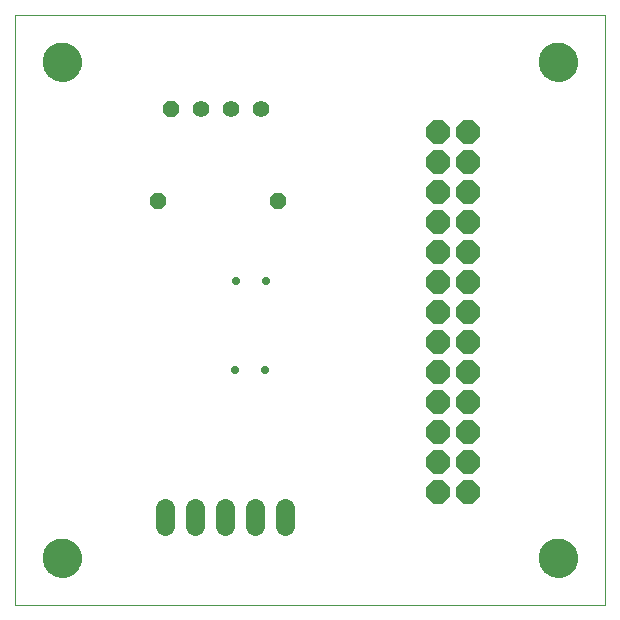
<source format=gts>
G75*
%MOIN*%
%OFA0B0*%
%FSLAX24Y24*%
%IPPOS*%
%LPD*%
%AMOC8*
5,1,8,0,0,1.08239X$1,22.5*
%
%ADD10C,0.0000*%
%ADD11C,0.1300*%
%ADD12OC8,0.0555*%
%ADD13C,0.0555*%
%ADD14OC8,0.0780*%
%ADD15C,0.0280*%
%ADD16OC8,0.0560*%
%ADD17C,0.0640*%
D10*
X000100Y000100D02*
X000100Y019785D01*
X019785Y019785D01*
X019785Y000100D01*
X000100Y000100D01*
X001045Y001675D02*
X001047Y001725D01*
X001053Y001775D01*
X001063Y001824D01*
X001077Y001872D01*
X001094Y001919D01*
X001115Y001964D01*
X001140Y002008D01*
X001168Y002049D01*
X001200Y002088D01*
X001234Y002125D01*
X001271Y002159D01*
X001311Y002189D01*
X001353Y002216D01*
X001397Y002240D01*
X001443Y002261D01*
X001490Y002277D01*
X001538Y002290D01*
X001588Y002299D01*
X001637Y002304D01*
X001688Y002305D01*
X001738Y002302D01*
X001787Y002295D01*
X001836Y002284D01*
X001884Y002269D01*
X001930Y002251D01*
X001975Y002229D01*
X002018Y002203D01*
X002059Y002174D01*
X002098Y002142D01*
X002134Y002107D01*
X002166Y002069D01*
X002196Y002029D01*
X002223Y001986D01*
X002246Y001942D01*
X002265Y001896D01*
X002281Y001848D01*
X002293Y001799D01*
X002301Y001750D01*
X002305Y001700D01*
X002305Y001650D01*
X002301Y001600D01*
X002293Y001551D01*
X002281Y001502D01*
X002265Y001454D01*
X002246Y001408D01*
X002223Y001364D01*
X002196Y001321D01*
X002166Y001281D01*
X002134Y001243D01*
X002098Y001208D01*
X002059Y001176D01*
X002018Y001147D01*
X001975Y001121D01*
X001930Y001099D01*
X001884Y001081D01*
X001836Y001066D01*
X001787Y001055D01*
X001738Y001048D01*
X001688Y001045D01*
X001637Y001046D01*
X001588Y001051D01*
X001538Y001060D01*
X001490Y001073D01*
X001443Y001089D01*
X001397Y001110D01*
X001353Y001134D01*
X001311Y001161D01*
X001271Y001191D01*
X001234Y001225D01*
X001200Y001262D01*
X001168Y001301D01*
X001140Y001342D01*
X001115Y001386D01*
X001094Y001431D01*
X001077Y001478D01*
X001063Y001526D01*
X001053Y001575D01*
X001047Y001625D01*
X001045Y001675D01*
X001045Y018210D02*
X001047Y018260D01*
X001053Y018310D01*
X001063Y018359D01*
X001077Y018407D01*
X001094Y018454D01*
X001115Y018499D01*
X001140Y018543D01*
X001168Y018584D01*
X001200Y018623D01*
X001234Y018660D01*
X001271Y018694D01*
X001311Y018724D01*
X001353Y018751D01*
X001397Y018775D01*
X001443Y018796D01*
X001490Y018812D01*
X001538Y018825D01*
X001588Y018834D01*
X001637Y018839D01*
X001688Y018840D01*
X001738Y018837D01*
X001787Y018830D01*
X001836Y018819D01*
X001884Y018804D01*
X001930Y018786D01*
X001975Y018764D01*
X002018Y018738D01*
X002059Y018709D01*
X002098Y018677D01*
X002134Y018642D01*
X002166Y018604D01*
X002196Y018564D01*
X002223Y018521D01*
X002246Y018477D01*
X002265Y018431D01*
X002281Y018383D01*
X002293Y018334D01*
X002301Y018285D01*
X002305Y018235D01*
X002305Y018185D01*
X002301Y018135D01*
X002293Y018086D01*
X002281Y018037D01*
X002265Y017989D01*
X002246Y017943D01*
X002223Y017899D01*
X002196Y017856D01*
X002166Y017816D01*
X002134Y017778D01*
X002098Y017743D01*
X002059Y017711D01*
X002018Y017682D01*
X001975Y017656D01*
X001930Y017634D01*
X001884Y017616D01*
X001836Y017601D01*
X001787Y017590D01*
X001738Y017583D01*
X001688Y017580D01*
X001637Y017581D01*
X001588Y017586D01*
X001538Y017595D01*
X001490Y017608D01*
X001443Y017624D01*
X001397Y017645D01*
X001353Y017669D01*
X001311Y017696D01*
X001271Y017726D01*
X001234Y017760D01*
X001200Y017797D01*
X001168Y017836D01*
X001140Y017877D01*
X001115Y017921D01*
X001094Y017966D01*
X001077Y018013D01*
X001063Y018061D01*
X001053Y018110D01*
X001047Y018160D01*
X001045Y018210D01*
X017580Y018210D02*
X017582Y018260D01*
X017588Y018310D01*
X017598Y018359D01*
X017612Y018407D01*
X017629Y018454D01*
X017650Y018499D01*
X017675Y018543D01*
X017703Y018584D01*
X017735Y018623D01*
X017769Y018660D01*
X017806Y018694D01*
X017846Y018724D01*
X017888Y018751D01*
X017932Y018775D01*
X017978Y018796D01*
X018025Y018812D01*
X018073Y018825D01*
X018123Y018834D01*
X018172Y018839D01*
X018223Y018840D01*
X018273Y018837D01*
X018322Y018830D01*
X018371Y018819D01*
X018419Y018804D01*
X018465Y018786D01*
X018510Y018764D01*
X018553Y018738D01*
X018594Y018709D01*
X018633Y018677D01*
X018669Y018642D01*
X018701Y018604D01*
X018731Y018564D01*
X018758Y018521D01*
X018781Y018477D01*
X018800Y018431D01*
X018816Y018383D01*
X018828Y018334D01*
X018836Y018285D01*
X018840Y018235D01*
X018840Y018185D01*
X018836Y018135D01*
X018828Y018086D01*
X018816Y018037D01*
X018800Y017989D01*
X018781Y017943D01*
X018758Y017899D01*
X018731Y017856D01*
X018701Y017816D01*
X018669Y017778D01*
X018633Y017743D01*
X018594Y017711D01*
X018553Y017682D01*
X018510Y017656D01*
X018465Y017634D01*
X018419Y017616D01*
X018371Y017601D01*
X018322Y017590D01*
X018273Y017583D01*
X018223Y017580D01*
X018172Y017581D01*
X018123Y017586D01*
X018073Y017595D01*
X018025Y017608D01*
X017978Y017624D01*
X017932Y017645D01*
X017888Y017669D01*
X017846Y017696D01*
X017806Y017726D01*
X017769Y017760D01*
X017735Y017797D01*
X017703Y017836D01*
X017675Y017877D01*
X017650Y017921D01*
X017629Y017966D01*
X017612Y018013D01*
X017598Y018061D01*
X017588Y018110D01*
X017582Y018160D01*
X017580Y018210D01*
X017580Y001675D02*
X017582Y001725D01*
X017588Y001775D01*
X017598Y001824D01*
X017612Y001872D01*
X017629Y001919D01*
X017650Y001964D01*
X017675Y002008D01*
X017703Y002049D01*
X017735Y002088D01*
X017769Y002125D01*
X017806Y002159D01*
X017846Y002189D01*
X017888Y002216D01*
X017932Y002240D01*
X017978Y002261D01*
X018025Y002277D01*
X018073Y002290D01*
X018123Y002299D01*
X018172Y002304D01*
X018223Y002305D01*
X018273Y002302D01*
X018322Y002295D01*
X018371Y002284D01*
X018419Y002269D01*
X018465Y002251D01*
X018510Y002229D01*
X018553Y002203D01*
X018594Y002174D01*
X018633Y002142D01*
X018669Y002107D01*
X018701Y002069D01*
X018731Y002029D01*
X018758Y001986D01*
X018781Y001942D01*
X018800Y001896D01*
X018816Y001848D01*
X018828Y001799D01*
X018836Y001750D01*
X018840Y001700D01*
X018840Y001650D01*
X018836Y001600D01*
X018828Y001551D01*
X018816Y001502D01*
X018800Y001454D01*
X018781Y001408D01*
X018758Y001364D01*
X018731Y001321D01*
X018701Y001281D01*
X018669Y001243D01*
X018633Y001208D01*
X018594Y001176D01*
X018553Y001147D01*
X018510Y001121D01*
X018465Y001099D01*
X018419Y001081D01*
X018371Y001066D01*
X018322Y001055D01*
X018273Y001048D01*
X018223Y001045D01*
X018172Y001046D01*
X018123Y001051D01*
X018073Y001060D01*
X018025Y001073D01*
X017978Y001089D01*
X017932Y001110D01*
X017888Y001134D01*
X017846Y001161D01*
X017806Y001191D01*
X017769Y001225D01*
X017735Y001262D01*
X017703Y001301D01*
X017675Y001342D01*
X017650Y001386D01*
X017629Y001431D01*
X017612Y001478D01*
X017598Y001526D01*
X017588Y001575D01*
X017582Y001625D01*
X017580Y001675D01*
D11*
X018210Y001675D03*
X001675Y001675D03*
X001675Y018210D03*
X018210Y018210D03*
D12*
X005317Y016631D03*
D13*
X006317Y016631D03*
X007317Y016631D03*
X008317Y016631D03*
D14*
X014206Y015876D03*
X015206Y015876D03*
X015206Y014876D03*
X014206Y014876D03*
X014206Y013876D03*
X015206Y013876D03*
X015206Y012876D03*
X014206Y012876D03*
X014206Y011876D03*
X015206Y011876D03*
X015206Y010876D03*
X014206Y010876D03*
X014206Y009876D03*
X015206Y009876D03*
X015206Y008876D03*
X014206Y008876D03*
X014206Y007876D03*
X015206Y007876D03*
X015206Y006876D03*
X014206Y006876D03*
X014206Y005876D03*
X015206Y005876D03*
X015206Y004876D03*
X014206Y004876D03*
X014206Y003876D03*
X015206Y003876D03*
D15*
X008450Y007943D03*
X007450Y007943D03*
X007490Y010891D03*
X008490Y010891D03*
D16*
X008883Y013580D03*
X004883Y013580D03*
D17*
X005108Y003353D02*
X005108Y002753D01*
X006108Y002753D02*
X006108Y003353D01*
X007108Y003353D02*
X007108Y002753D01*
X008108Y002753D02*
X008108Y003353D01*
X009108Y003353D02*
X009108Y002753D01*
M02*

</source>
